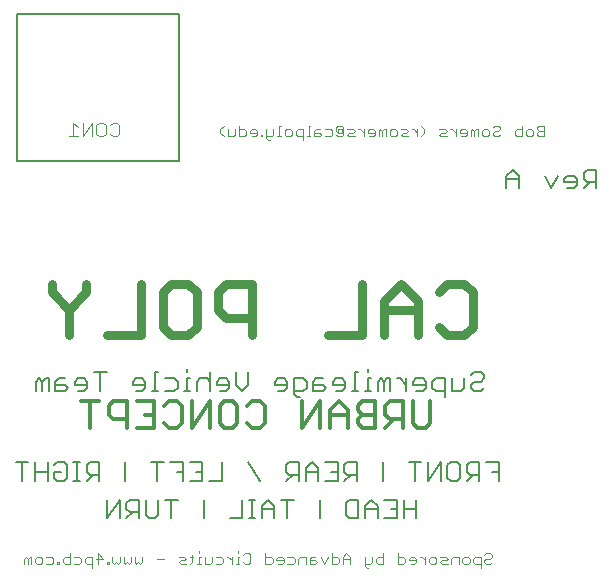
<source format=gbo>
G75*
G70*
%OFA0B0*%
%FSLAX24Y24*%
%IPPOS*%
%LPD*%
%AMOC8*
5,1,8,0,0,1.08239X$1,22.5*
%
%ADD10C,0.0070*%
%ADD11C,0.0040*%
%ADD12C,0.0300*%
%ADD13C,0.0120*%
%ADD14C,0.0050*%
D10*
X004172Y003386D02*
X004172Y004016D01*
X004382Y004016D02*
X003962Y004016D01*
X004606Y004016D02*
X004606Y003386D01*
X005027Y003386D02*
X005027Y004016D01*
X005251Y003911D02*
X005356Y004016D01*
X005566Y004016D01*
X005671Y003911D01*
X005671Y003491D01*
X005566Y003386D01*
X005356Y003386D01*
X005251Y003491D01*
X005251Y003701D01*
X005461Y003701D01*
X005027Y003701D02*
X004606Y003701D01*
X005891Y003386D02*
X006101Y003386D01*
X005996Y003386D02*
X005996Y004016D01*
X006101Y004016D02*
X005891Y004016D01*
X006325Y003911D02*
X006325Y003701D01*
X006430Y003596D01*
X006746Y003596D01*
X006746Y003386D02*
X006746Y004016D01*
X006430Y004016D01*
X006325Y003911D01*
X006535Y003596D02*
X006325Y003386D01*
X007013Y002766D02*
X007013Y002136D01*
X007433Y002766D01*
X007433Y002136D01*
X007657Y002136D02*
X007867Y002346D01*
X007762Y002346D02*
X008078Y002346D01*
X008078Y002136D02*
X008078Y002766D01*
X007762Y002766D01*
X007657Y002661D01*
X007657Y002451D01*
X007762Y002346D01*
X008302Y002241D02*
X008302Y002766D01*
X008722Y002766D02*
X008722Y002241D01*
X008617Y002136D01*
X008407Y002136D01*
X008302Y002241D01*
X008946Y002766D02*
X009367Y002766D01*
X009156Y002766D02*
X009156Y002136D01*
X010226Y002136D02*
X010226Y002766D01*
X010183Y003386D02*
X009763Y003386D01*
X009539Y003386D02*
X009539Y004016D01*
X009118Y004016D01*
X008894Y004016D02*
X008474Y004016D01*
X008684Y004016D02*
X008684Y003386D01*
X009328Y003701D02*
X009539Y003701D01*
X009763Y004016D02*
X010183Y004016D01*
X010183Y003386D01*
X010407Y003386D02*
X010828Y003386D01*
X010828Y004016D01*
X010183Y003701D02*
X009973Y003701D01*
X011515Y002766D02*
X011515Y002136D01*
X011095Y002136D01*
X011735Y002136D02*
X011945Y002136D01*
X011840Y002136D02*
X011840Y002766D01*
X011945Y002766D02*
X011735Y002766D01*
X012169Y002556D02*
X012169Y002136D01*
X012169Y002451D02*
X012589Y002451D01*
X012589Y002556D02*
X012589Y002136D01*
X013024Y002136D02*
X013024Y002766D01*
X013234Y002766D02*
X012813Y002766D01*
X012589Y002556D02*
X012379Y002766D01*
X012169Y002556D01*
X012117Y003386D02*
X011696Y004016D01*
X012985Y003911D02*
X012985Y003701D01*
X013090Y003596D01*
X013406Y003596D01*
X013406Y003386D02*
X013406Y004016D01*
X013090Y004016D01*
X012985Y003911D01*
X013196Y003596D02*
X012985Y003386D01*
X013630Y003386D02*
X013630Y003806D01*
X013840Y004016D01*
X014050Y003806D01*
X014050Y003386D01*
X014274Y003386D02*
X014695Y003386D01*
X014695Y004016D01*
X014274Y004016D01*
X014485Y003701D02*
X014695Y003701D01*
X014919Y003701D02*
X014919Y003911D01*
X015024Y004016D01*
X015339Y004016D01*
X015339Y003386D01*
X015339Y003596D02*
X015024Y003596D01*
X014919Y003701D01*
X015129Y003596D02*
X014919Y003386D01*
X015067Y002766D02*
X015382Y002766D01*
X015382Y002136D01*
X015067Y002136D01*
X014962Y002241D01*
X014962Y002661D01*
X015067Y002766D01*
X015606Y002556D02*
X015606Y002136D01*
X015606Y002451D02*
X016027Y002451D01*
X016027Y002556D02*
X016027Y002136D01*
X016251Y002136D02*
X016671Y002136D01*
X016671Y002766D01*
X016251Y002766D01*
X016027Y002556D02*
X015817Y002766D01*
X015606Y002556D01*
X016461Y002451D02*
X016671Y002451D01*
X016895Y002451D02*
X017316Y002451D01*
X017316Y002136D02*
X017316Y002766D01*
X016895Y002766D02*
X016895Y002136D01*
X017278Y003386D02*
X017278Y004016D01*
X017488Y004016D02*
X017067Y004016D01*
X017712Y004016D02*
X017712Y003386D01*
X018132Y004016D01*
X018132Y003386D01*
X018356Y003491D02*
X018356Y003911D01*
X018461Y004016D01*
X018672Y004016D01*
X018777Y003911D01*
X018777Y003491D01*
X018672Y003386D01*
X018461Y003386D01*
X018356Y003491D01*
X019001Y003386D02*
X019211Y003596D01*
X019106Y003596D02*
X019001Y003701D01*
X019001Y003911D01*
X019106Y004016D01*
X019421Y004016D01*
X019421Y003386D01*
X019421Y003596D02*
X019106Y003596D01*
X019645Y004016D02*
X020066Y004016D01*
X020066Y003386D01*
X020066Y003701D02*
X019856Y003701D01*
X018277Y006176D02*
X018277Y006806D01*
X017961Y006806D01*
X017856Y006701D01*
X017856Y006491D01*
X017961Y006386D01*
X018277Y006386D01*
X018501Y006386D02*
X018501Y006806D01*
X018501Y006386D02*
X018816Y006386D01*
X018921Y006491D01*
X018921Y006806D01*
X019145Y006911D02*
X019251Y007016D01*
X019461Y007016D01*
X019566Y006911D01*
X019566Y006806D01*
X019461Y006701D01*
X019251Y006701D01*
X019145Y006596D01*
X019145Y006491D01*
X019251Y006386D01*
X019461Y006386D01*
X019566Y006491D01*
X017632Y006491D02*
X017527Y006386D01*
X017317Y006386D01*
X017212Y006596D02*
X017632Y006596D01*
X017632Y006491D02*
X017632Y006701D01*
X017527Y006806D01*
X017317Y006806D01*
X017212Y006701D01*
X017212Y006596D01*
X016988Y006596D02*
X016778Y006806D01*
X016672Y006806D01*
X016451Y006806D02*
X016346Y006806D01*
X016240Y006701D01*
X016135Y006806D01*
X016030Y006701D01*
X016030Y006386D01*
X016240Y006386D02*
X016240Y006701D01*
X016451Y006806D02*
X016451Y006386D01*
X015806Y006386D02*
X015596Y006386D01*
X015701Y006386D02*
X015701Y006806D01*
X015806Y006806D01*
X015701Y007016D02*
X015701Y007121D01*
X015376Y007016D02*
X015271Y007016D01*
X015271Y006386D01*
X015376Y006386D02*
X015166Y006386D01*
X014947Y006491D02*
X014947Y006701D01*
X014842Y006806D01*
X014631Y006806D01*
X014526Y006701D01*
X014526Y006596D01*
X014947Y006596D01*
X014947Y006491D02*
X014842Y006386D01*
X014631Y006386D01*
X014302Y006491D02*
X014197Y006596D01*
X013882Y006596D01*
X013882Y006701D02*
X013882Y006386D01*
X014197Y006386D01*
X014302Y006491D01*
X014197Y006806D02*
X013987Y006806D01*
X013882Y006701D01*
X013658Y006701D02*
X013658Y006491D01*
X013553Y006386D01*
X013237Y006386D01*
X013237Y006281D02*
X013237Y006806D01*
X013553Y006806D01*
X013658Y006701D01*
X013447Y006176D02*
X013342Y006176D01*
X013237Y006281D01*
X013013Y006491D02*
X012908Y006386D01*
X012698Y006386D01*
X012593Y006596D02*
X013013Y006596D01*
X013013Y006491D02*
X013013Y006701D01*
X012908Y006806D01*
X012698Y006806D01*
X012593Y006701D01*
X012593Y006596D01*
X011724Y006596D02*
X011514Y006386D01*
X011304Y006596D01*
X011304Y007016D01*
X011080Y006701D02*
X010974Y006806D01*
X010764Y006806D01*
X010659Y006701D01*
X010659Y006596D01*
X011080Y006596D01*
X011080Y006491D02*
X011080Y006701D01*
X011080Y006491D02*
X010974Y006386D01*
X010764Y006386D01*
X010435Y006386D02*
X010435Y007016D01*
X010330Y006806D02*
X010120Y006806D01*
X010015Y006701D01*
X010015Y006386D01*
X009790Y006386D02*
X009580Y006386D01*
X009685Y006386D02*
X009685Y006806D01*
X009790Y006806D01*
X009685Y007016D02*
X009685Y007121D01*
X009361Y006701D02*
X009361Y006491D01*
X009256Y006386D01*
X008940Y006386D01*
X008716Y006386D02*
X008506Y006386D01*
X008611Y006386D02*
X008611Y007016D01*
X008716Y007016D01*
X008940Y006806D02*
X009256Y006806D01*
X009361Y006701D01*
X010330Y006806D02*
X010435Y006701D01*
X011724Y006596D02*
X011724Y007016D01*
X008287Y006701D02*
X008287Y006491D01*
X008181Y006386D01*
X007971Y006386D01*
X007866Y006596D02*
X008287Y006596D01*
X008287Y006701D02*
X008181Y006806D01*
X007971Y006806D01*
X007866Y006701D01*
X007866Y006596D01*
X006998Y007016D02*
X006577Y007016D01*
X006787Y007016D02*
X006787Y006386D01*
X006353Y006491D02*
X006353Y006701D01*
X006248Y006806D01*
X006038Y006806D01*
X005933Y006701D01*
X005933Y006596D01*
X006353Y006596D01*
X006353Y006491D02*
X006248Y006386D01*
X006038Y006386D01*
X005708Y006491D02*
X005603Y006596D01*
X005288Y006596D01*
X005288Y006701D02*
X005288Y006386D01*
X005603Y006386D01*
X005708Y006491D01*
X005603Y006806D02*
X005393Y006806D01*
X005288Y006701D01*
X005064Y006806D02*
X004959Y006806D01*
X004854Y006701D01*
X004749Y006806D01*
X004644Y006701D01*
X004644Y006386D01*
X004854Y006386D02*
X004854Y006701D01*
X005064Y006806D02*
X005064Y006386D01*
X007605Y004016D02*
X007605Y003386D01*
X013630Y003701D02*
X014050Y003701D01*
X014093Y002766D02*
X014093Y002136D01*
X016199Y003386D02*
X016199Y004016D01*
X016988Y006386D02*
X016988Y006806D01*
X020317Y013136D02*
X020317Y013556D01*
X020528Y013766D01*
X020738Y013556D01*
X020738Y013136D01*
X020738Y013451D02*
X020317Y013451D01*
X021606Y013556D02*
X021817Y013136D01*
X022027Y013556D01*
X022251Y013451D02*
X022251Y013346D01*
X022671Y013346D01*
X022671Y013241D02*
X022671Y013451D01*
X022566Y013556D01*
X022356Y013556D01*
X022251Y013451D01*
X022356Y013136D02*
X022566Y013136D01*
X022671Y013241D01*
X022895Y013136D02*
X023106Y013346D01*
X023001Y013346D02*
X023316Y013346D01*
X023316Y013136D02*
X023316Y013766D01*
X023001Y013766D01*
X022895Y013661D01*
X022895Y013451D01*
X023001Y013346D01*
D11*
X004245Y000801D02*
X004245Y000621D01*
X004365Y000621D02*
X004365Y000801D01*
X004305Y000861D01*
X004245Y000801D01*
X004365Y000801D02*
X004425Y000861D01*
X004485Y000861D01*
X004485Y000621D01*
X004613Y000681D02*
X004613Y000801D01*
X004673Y000861D01*
X004793Y000861D01*
X004853Y000801D01*
X004853Y000681D01*
X004793Y000621D01*
X004673Y000621D01*
X004613Y000681D01*
X004981Y000621D02*
X005161Y000621D01*
X005221Y000681D01*
X005221Y000801D01*
X005161Y000861D01*
X004981Y000861D01*
X005346Y000681D02*
X005346Y000621D01*
X005406Y000621D01*
X005406Y000681D01*
X005346Y000681D01*
X005534Y000681D02*
X005534Y000801D01*
X005594Y000861D01*
X005774Y000861D01*
X005774Y000981D02*
X005774Y000621D01*
X005594Y000621D01*
X005534Y000681D01*
X005902Y000621D02*
X006082Y000621D01*
X006142Y000681D01*
X006142Y000801D01*
X006082Y000861D01*
X005902Y000861D01*
X006270Y000801D02*
X006270Y000681D01*
X006330Y000621D01*
X006511Y000621D01*
X006511Y000501D02*
X006511Y000861D01*
X006330Y000861D01*
X006270Y000801D01*
X006639Y000801D02*
X006879Y000801D01*
X006699Y000981D01*
X006699Y000621D01*
X007003Y000621D02*
X007063Y000621D01*
X007063Y000681D01*
X007003Y000681D01*
X007003Y000621D01*
X007191Y000681D02*
X007191Y000861D01*
X007191Y000681D02*
X007251Y000621D01*
X007311Y000681D01*
X007371Y000621D01*
X007431Y000681D01*
X007431Y000861D01*
X007559Y000861D02*
X007559Y000681D01*
X007619Y000621D01*
X007679Y000681D01*
X007740Y000621D01*
X007800Y000681D01*
X007800Y000861D01*
X007928Y000861D02*
X007928Y000681D01*
X007988Y000621D01*
X008048Y000681D01*
X008108Y000621D01*
X008168Y000681D01*
X008168Y000861D01*
X008664Y000801D02*
X008904Y000801D01*
X009401Y000861D02*
X009581Y000861D01*
X009641Y000801D01*
X009581Y000741D01*
X009461Y000741D01*
X009401Y000681D01*
X009461Y000621D01*
X009641Y000621D01*
X009767Y000621D02*
X009827Y000681D01*
X009827Y000921D01*
X009887Y000861D02*
X009767Y000861D01*
X010072Y000861D02*
X010072Y000621D01*
X010132Y000621D02*
X010012Y000621D01*
X010072Y000861D02*
X010132Y000861D01*
X010260Y000861D02*
X010260Y000621D01*
X010440Y000621D01*
X010500Y000681D01*
X010500Y000861D01*
X010629Y000861D02*
X010809Y000861D01*
X010869Y000801D01*
X010869Y000681D01*
X010809Y000621D01*
X010629Y000621D01*
X010996Y000861D02*
X011056Y000861D01*
X011176Y000741D01*
X011176Y000621D02*
X011176Y000861D01*
X011361Y000861D02*
X011361Y000621D01*
X011421Y000621D02*
X011301Y000621D01*
X011361Y000861D02*
X011421Y000861D01*
X011361Y000981D02*
X011361Y001041D01*
X011549Y000921D02*
X011609Y000981D01*
X011729Y000981D01*
X011789Y000921D01*
X011789Y000681D01*
X011729Y000621D01*
X011609Y000621D01*
X011549Y000681D01*
X012286Y000621D02*
X012466Y000621D01*
X012526Y000681D01*
X012526Y000801D01*
X012466Y000861D01*
X012286Y000861D01*
X012286Y000981D02*
X012286Y000621D01*
X012654Y000741D02*
X012894Y000741D01*
X012894Y000681D02*
X012894Y000801D01*
X012834Y000861D01*
X012714Y000861D01*
X012654Y000801D01*
X012654Y000741D01*
X012714Y000621D02*
X012834Y000621D01*
X012894Y000681D01*
X013022Y000621D02*
X013203Y000621D01*
X013263Y000681D01*
X013263Y000801D01*
X013203Y000861D01*
X013022Y000861D01*
X013391Y000801D02*
X013391Y000621D01*
X013391Y000801D02*
X013451Y000861D01*
X013631Y000861D01*
X013631Y000621D01*
X013759Y000621D02*
X013939Y000621D01*
X013999Y000681D01*
X013939Y000741D01*
X013759Y000741D01*
X013759Y000801D02*
X013759Y000621D01*
X013759Y000801D02*
X013819Y000861D01*
X013939Y000861D01*
X014127Y000861D02*
X014248Y000621D01*
X014368Y000861D01*
X014496Y000861D02*
X014676Y000861D01*
X014736Y000801D01*
X014736Y000681D01*
X014676Y000621D01*
X014496Y000621D01*
X014496Y000981D01*
X014864Y000861D02*
X014864Y000621D01*
X014864Y000801D02*
X015104Y000801D01*
X015104Y000861D02*
X014984Y000981D01*
X014864Y000861D01*
X015104Y000861D02*
X015104Y000621D01*
X015601Y000621D02*
X015781Y000621D01*
X015841Y000681D01*
X015841Y000861D01*
X015969Y000801D02*
X016029Y000861D01*
X016209Y000861D01*
X016209Y000981D02*
X016209Y000621D01*
X016029Y000621D01*
X015969Y000681D01*
X015969Y000801D01*
X015601Y000861D02*
X015601Y000561D01*
X015661Y000501D01*
X015721Y000501D01*
X016706Y000621D02*
X016886Y000621D01*
X016946Y000681D01*
X016946Y000801D01*
X016886Y000861D01*
X016706Y000861D01*
X016706Y000981D02*
X016706Y000621D01*
X017074Y000741D02*
X017074Y000801D01*
X017134Y000861D01*
X017254Y000861D01*
X017314Y000801D01*
X017314Y000681D01*
X017254Y000621D01*
X017134Y000621D01*
X017074Y000741D02*
X017314Y000741D01*
X017441Y000861D02*
X017501Y000861D01*
X017621Y000741D01*
X017621Y000621D02*
X017621Y000861D01*
X017749Y000801D02*
X017749Y000681D01*
X017809Y000621D01*
X017929Y000621D01*
X017989Y000681D01*
X017989Y000801D01*
X017929Y000861D01*
X017809Y000861D01*
X017749Y000801D01*
X018117Y000861D02*
X018298Y000861D01*
X018358Y000801D01*
X018298Y000741D01*
X018177Y000741D01*
X018117Y000681D01*
X018177Y000621D01*
X018358Y000621D01*
X018486Y000621D02*
X018486Y000801D01*
X018546Y000861D01*
X018726Y000861D01*
X018726Y000621D01*
X018854Y000681D02*
X018854Y000801D01*
X018914Y000861D01*
X019034Y000861D01*
X019094Y000801D01*
X019094Y000681D01*
X019034Y000621D01*
X018914Y000621D01*
X018854Y000681D01*
X019222Y000681D02*
X019282Y000621D01*
X019462Y000621D01*
X019462Y000501D02*
X019462Y000861D01*
X019282Y000861D01*
X019222Y000801D01*
X019222Y000681D01*
X019591Y000681D02*
X019651Y000621D01*
X019771Y000621D01*
X019831Y000681D01*
X019771Y000801D02*
X019651Y000801D01*
X019591Y000741D01*
X019591Y000681D01*
X019771Y000801D02*
X019831Y000861D01*
X019831Y000921D01*
X019771Y000981D01*
X019651Y000981D01*
X019591Y000921D01*
X010072Y001041D02*
X010072Y000981D01*
X010900Y014871D02*
X010780Y014991D01*
X010780Y015111D01*
X010900Y015231D01*
X011028Y015111D02*
X011028Y014871D01*
X011208Y014871D01*
X011268Y014931D01*
X011268Y015111D01*
X011396Y015111D02*
X011577Y015111D01*
X011637Y015051D01*
X011637Y014931D01*
X011577Y014871D01*
X011396Y014871D01*
X011396Y015231D01*
X011765Y015051D02*
X011765Y014991D01*
X012005Y014991D01*
X012005Y015051D02*
X011945Y015111D01*
X011825Y015111D01*
X011765Y015051D01*
X011825Y014871D02*
X011945Y014871D01*
X012005Y014931D01*
X012005Y015051D01*
X012129Y014931D02*
X012129Y014871D01*
X012189Y014871D01*
X012189Y014931D01*
X012129Y014931D01*
X012317Y014871D02*
X012497Y014871D01*
X012557Y014931D01*
X012557Y015111D01*
X012743Y015231D02*
X012743Y014871D01*
X012803Y014871D02*
X012683Y014871D01*
X012931Y014931D02*
X012931Y015051D01*
X012991Y015111D01*
X013111Y015111D01*
X013171Y015051D01*
X013171Y014931D01*
X013111Y014871D01*
X012991Y014871D01*
X012931Y014931D01*
X012803Y015231D02*
X012743Y015231D01*
X012317Y015111D02*
X012317Y014811D01*
X012377Y014751D01*
X012437Y014751D01*
X013299Y014931D02*
X013359Y014871D01*
X013540Y014871D01*
X013540Y014751D02*
X013540Y015111D01*
X013359Y015111D01*
X013299Y015051D01*
X013299Y014931D01*
X013665Y014871D02*
X013785Y014871D01*
X013725Y014871D02*
X013725Y015231D01*
X013785Y015231D01*
X013913Y015051D02*
X013913Y014871D01*
X014093Y014871D01*
X014153Y014931D01*
X014093Y014991D01*
X013913Y014991D01*
X013913Y015051D02*
X013973Y015111D01*
X014093Y015111D01*
X014281Y015111D02*
X014462Y015111D01*
X014522Y015051D01*
X014522Y014931D01*
X014462Y014871D01*
X014281Y014871D01*
X014650Y014931D02*
X014710Y014871D01*
X014830Y014871D01*
X014890Y014931D01*
X014890Y015171D01*
X014830Y015231D01*
X014710Y015231D01*
X014650Y015171D01*
X014650Y015051D01*
X014710Y014991D01*
X014710Y015111D01*
X014830Y015111D01*
X014830Y014991D01*
X014710Y014991D01*
X015018Y014931D02*
X015078Y014871D01*
X015258Y014871D01*
X015198Y014991D02*
X015258Y015051D01*
X015198Y015111D01*
X015018Y015111D01*
X015078Y014991D02*
X015198Y014991D01*
X015078Y014991D02*
X015018Y014931D01*
X015385Y015111D02*
X015445Y015111D01*
X015565Y014991D01*
X015565Y014871D02*
X015565Y015111D01*
X015693Y015051D02*
X015693Y014991D01*
X015934Y014991D01*
X015934Y015051D02*
X015873Y015111D01*
X015753Y015111D01*
X015693Y015051D01*
X015753Y014871D02*
X015873Y014871D01*
X015934Y014931D01*
X015934Y015051D01*
X016062Y015051D02*
X016062Y014871D01*
X016182Y014871D02*
X016182Y015051D01*
X016122Y015111D01*
X016062Y015051D01*
X016182Y015051D02*
X016242Y015111D01*
X016302Y015111D01*
X016302Y014871D01*
X016430Y014931D02*
X016430Y015051D01*
X016490Y015111D01*
X016610Y015111D01*
X016670Y015051D01*
X016670Y014931D01*
X016610Y014871D01*
X016490Y014871D01*
X016430Y014931D01*
X016798Y014931D02*
X016858Y014871D01*
X017038Y014871D01*
X016978Y014991D02*
X016858Y014991D01*
X016798Y014931D01*
X016798Y015111D02*
X016978Y015111D01*
X017038Y015051D01*
X016978Y014991D01*
X017165Y015111D02*
X017225Y015111D01*
X017345Y014991D01*
X017345Y014871D02*
X017345Y015111D01*
X017471Y015231D02*
X017591Y015111D01*
X017591Y014991D01*
X017471Y014871D01*
X018087Y014931D02*
X018147Y014871D01*
X018327Y014871D01*
X018267Y014991D02*
X018147Y014991D01*
X018087Y014931D01*
X018087Y015111D02*
X018267Y015111D01*
X018327Y015051D01*
X018267Y014991D01*
X018454Y015111D02*
X018514Y015111D01*
X018634Y014991D01*
X018634Y014871D02*
X018634Y015111D01*
X018762Y015051D02*
X018823Y015111D01*
X018943Y015111D01*
X019003Y015051D01*
X019003Y014931D01*
X018943Y014871D01*
X018823Y014871D01*
X018762Y014991D02*
X019003Y014991D01*
X019131Y015051D02*
X019131Y014871D01*
X019251Y014871D02*
X019251Y015051D01*
X019191Y015111D01*
X019131Y015051D01*
X019251Y015051D02*
X019311Y015111D01*
X019371Y015111D01*
X019371Y014871D01*
X019499Y014931D02*
X019559Y014871D01*
X019679Y014871D01*
X019739Y014931D01*
X019739Y015051D01*
X019679Y015111D01*
X019559Y015111D01*
X019499Y015051D01*
X019499Y014931D01*
X019867Y014931D02*
X019927Y014871D01*
X020048Y014871D01*
X020108Y014931D01*
X020048Y015051D02*
X020108Y015111D01*
X020108Y015171D01*
X020048Y015231D01*
X019927Y015231D01*
X019867Y015171D01*
X019927Y015051D02*
X019867Y014991D01*
X019867Y014931D01*
X019927Y015051D02*
X020048Y015051D01*
X020604Y015051D02*
X020664Y015111D01*
X020844Y015111D01*
X020844Y015231D02*
X020844Y014871D01*
X020664Y014871D01*
X020604Y014931D01*
X020604Y015051D01*
X020972Y015051D02*
X021032Y015111D01*
X021152Y015111D01*
X021212Y015051D01*
X021212Y014931D01*
X021152Y014871D01*
X021032Y014871D01*
X020972Y014931D01*
X020972Y015051D01*
X021341Y014991D02*
X021341Y014931D01*
X021401Y014871D01*
X021581Y014871D01*
X021581Y015231D01*
X021401Y015231D01*
X021341Y015171D01*
X021341Y015111D01*
X021401Y015051D01*
X021581Y015051D01*
X021401Y015051D02*
X021341Y014991D01*
X018762Y015051D02*
X018762Y014991D01*
X007422Y014947D02*
X007346Y014871D01*
X007192Y014871D01*
X007115Y014947D01*
X006962Y014947D02*
X006885Y014871D01*
X006732Y014871D01*
X006655Y014947D01*
X006655Y015254D01*
X006732Y015331D01*
X006885Y015331D01*
X006962Y015254D01*
X006962Y014947D01*
X007115Y015254D02*
X007192Y015331D01*
X007346Y015331D01*
X007422Y015254D01*
X007422Y014947D01*
X006502Y014871D02*
X006502Y015331D01*
X006195Y014871D01*
X006195Y015331D01*
X006041Y015178D02*
X005888Y015331D01*
X005888Y014871D01*
X006041Y014871D02*
X005734Y014871D01*
D12*
X005176Y009952D02*
X005176Y009669D01*
X005743Y009101D01*
X005743Y008251D01*
X005743Y009101D02*
X006310Y009669D01*
X006310Y009952D01*
X008152Y009952D02*
X008152Y008251D01*
X007017Y008251D01*
X008859Y008534D02*
X008859Y009669D01*
X009142Y009952D01*
X009710Y009952D01*
X009993Y009669D01*
X009993Y008534D01*
X009710Y008251D01*
X009142Y008251D01*
X008859Y008534D01*
X010700Y009101D02*
X010984Y008818D01*
X011835Y008818D01*
X011835Y008251D02*
X011835Y009952D01*
X010984Y009952D01*
X010700Y009669D01*
X010700Y009101D01*
X014383Y008251D02*
X015518Y008251D01*
X015518Y009952D01*
X016225Y009385D02*
X016225Y008251D01*
X016225Y009101D02*
X017359Y009101D01*
X017359Y009385D02*
X016792Y009952D01*
X016225Y009385D01*
X017359Y009385D02*
X017359Y008251D01*
X018066Y008534D02*
X018350Y008251D01*
X018917Y008251D01*
X019201Y008534D01*
X019201Y009669D01*
X018917Y009952D01*
X018350Y009952D01*
X018066Y009669D01*
D13*
X017791Y006042D02*
X017791Y005308D01*
X017644Y005161D01*
X017350Y005161D01*
X017204Y005308D01*
X017204Y006042D01*
X016870Y006042D02*
X016430Y006042D01*
X016283Y005895D01*
X016283Y005601D01*
X016430Y005454D01*
X016870Y005454D01*
X016870Y005161D02*
X016870Y006042D01*
X016576Y005454D02*
X016283Y005161D01*
X015949Y005161D02*
X015509Y005161D01*
X015362Y005308D01*
X015362Y005454D01*
X015509Y005601D01*
X015949Y005601D01*
X015509Y005601D02*
X015362Y005748D01*
X015362Y005895D01*
X015509Y006042D01*
X015949Y006042D01*
X015949Y005161D01*
X015029Y005161D02*
X015029Y005748D01*
X014735Y006042D01*
X014441Y005748D01*
X014441Y005161D01*
X014108Y005161D02*
X014108Y006042D01*
X013521Y005161D01*
X013521Y006042D01*
X014441Y005601D02*
X015029Y005601D01*
X012266Y005308D02*
X012120Y005161D01*
X011826Y005161D01*
X011679Y005308D01*
X011346Y005308D02*
X011199Y005161D01*
X010905Y005161D01*
X010758Y005308D01*
X010758Y005895D01*
X010905Y006042D01*
X011199Y006042D01*
X011346Y005895D01*
X011346Y005308D01*
X011679Y005895D02*
X011826Y006042D01*
X012120Y006042D01*
X012266Y005895D01*
X012266Y005308D01*
X010425Y005161D02*
X010425Y006042D01*
X009838Y005161D01*
X009838Y006042D01*
X009504Y005895D02*
X009504Y005308D01*
X009357Y005161D01*
X009064Y005161D01*
X008917Y005308D01*
X008583Y005161D02*
X007996Y005161D01*
X007663Y005161D02*
X007663Y006042D01*
X007222Y006042D01*
X007075Y005895D01*
X007075Y005601D01*
X007222Y005454D01*
X007663Y005454D01*
X008290Y005601D02*
X008583Y005601D01*
X008917Y005895D02*
X009064Y006042D01*
X009357Y006042D01*
X009504Y005895D01*
X008583Y006042D02*
X008583Y005161D01*
X008583Y006042D02*
X007996Y006042D01*
X006742Y006042D02*
X006155Y006042D01*
X006448Y006042D02*
X006448Y005161D01*
D14*
X004001Y014051D02*
X004001Y018951D01*
X009401Y018951D01*
X009401Y014051D01*
X004001Y014051D01*
M02*

</source>
